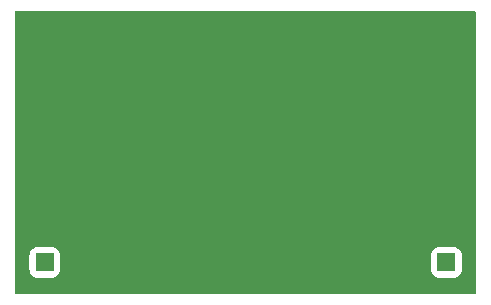
<source format=gbl>
G04 #@! TF.GenerationSoftware,KiCad,Pcbnew,8.0.3*
G04 #@! TF.CreationDate,2024-07-11T09:46:03+02:00*
G04 #@! TF.ProjectId,double_145MHz_BPF,646f7562-6c65-45f3-9134-354d487a5f42,rev?*
G04 #@! TF.SameCoordinates,Original*
G04 #@! TF.FileFunction,Copper,L2,Bot*
G04 #@! TF.FilePolarity,Positive*
%FSLAX46Y46*%
G04 Gerber Fmt 4.6, Leading zero omitted, Abs format (unit mm)*
G04 Created by KiCad (PCBNEW 8.0.3) date 2024-07-11 09:46:03*
%MOMM*%
%LPD*%
G01*
G04 APERTURE LIST*
G04 Aperture macros list*
%AMRoundRect*
0 Rectangle with rounded corners*
0 $1 Rounding radius*
0 $2 $3 $4 $5 $6 $7 $8 $9 X,Y pos of 4 corners*
0 Add a 4 corners polygon primitive as box body*
4,1,4,$2,$3,$4,$5,$6,$7,$8,$9,$2,$3,0*
0 Add four circle primitives for the rounded corners*
1,1,$1+$1,$2,$3*
1,1,$1+$1,$4,$5*
1,1,$1+$1,$6,$7*
1,1,$1+$1,$8,$9*
0 Add four rect primitives between the rounded corners*
20,1,$1+$1,$2,$3,$4,$5,0*
20,1,$1+$1,$4,$5,$6,$7,0*
20,1,$1+$1,$6,$7,$8,$9,0*
20,1,$1+$1,$8,$9,$2,$3,0*%
G04 Aperture macros list end*
G04 #@! TA.AperFunction,ComponentPad*
%ADD10C,1.016000*%
G04 #@! TD*
G04 #@! TA.AperFunction,ComponentPad*
%ADD11RoundRect,0.250000X0.550000X-0.550000X0.550000X0.550000X-0.550000X0.550000X-0.550000X-0.550000X0*%
G04 #@! TD*
G04 #@! TA.AperFunction,ComponentPad*
%ADD12C,1.600000*%
G04 #@! TD*
G04 #@! TA.AperFunction,ComponentPad*
%ADD13RoundRect,0.250000X-0.550000X-0.550000X0.550000X-0.550000X0.550000X0.550000X-0.550000X0.550000X0*%
G04 #@! TD*
G04 #@! TA.AperFunction,ComponentPad*
%ADD14C,0.900000*%
G04 #@! TD*
G04 #@! TA.AperFunction,ViaPad*
%ADD15C,0.600000*%
G04 #@! TD*
G04 APERTURE END LIST*
D10*
X107379500Y-67522000D03*
X107379500Y-65998000D03*
X120079500Y-62442000D03*
X120079500Y-60918000D03*
X107379500Y-62442000D03*
X107379500Y-60918000D03*
X120079500Y-57362000D03*
X120079500Y-55838000D03*
X107379500Y-57362000D03*
X107379500Y-55838000D03*
X120079500Y-52282000D03*
X120079500Y-50758000D03*
X114364500Y-66760000D03*
X114364500Y-64220000D03*
X114364500Y-61680000D03*
X114364500Y-59140000D03*
X114364500Y-56600000D03*
X114364500Y-54060000D03*
X114364500Y-51520000D03*
X113094500Y-66760000D03*
X113094500Y-64220000D03*
X113094500Y-61680000D03*
X113094500Y-59140000D03*
X113094500Y-56600000D03*
X113094500Y-54060000D03*
X113094500Y-51520000D03*
X102500000Y-47316000D03*
X102500000Y-48840000D03*
X89800000Y-52396000D03*
X89800000Y-53920000D03*
X102500000Y-52396000D03*
X102500000Y-53920000D03*
X89800000Y-57476000D03*
X89800000Y-59000000D03*
X102500000Y-57476000D03*
X102500000Y-59000000D03*
X89800000Y-62556000D03*
X89800000Y-64080000D03*
X95515000Y-48078000D03*
X95515000Y-50618000D03*
X95515000Y-53158000D03*
X95515000Y-55698000D03*
X95515000Y-58238000D03*
X95515000Y-60778000D03*
X95515000Y-63318000D03*
X96785000Y-48078000D03*
X96785000Y-50618000D03*
X96785000Y-53158000D03*
X96785000Y-55698000D03*
X96785000Y-58238000D03*
X96785000Y-60778000D03*
X96785000Y-63318000D03*
D11*
X122000000Y-66800000D03*
D12*
X122000000Y-59800000D03*
D13*
X104700000Y-67000000D03*
D11*
X88000000Y-66800000D03*
D14*
X86000000Y-60000000D03*
D15*
X124000000Y-66000000D03*
X86000000Y-58000000D03*
X96000000Y-46000000D03*
X86000000Y-64000000D03*
X124000000Y-50000000D03*
X110000000Y-69000000D03*
X124000000Y-52000000D03*
X114000000Y-69000000D03*
X86000000Y-68000000D03*
X86000000Y-46000000D03*
X124000000Y-68000000D03*
X124000000Y-56000000D03*
X104000000Y-46000000D03*
X92000000Y-69000000D03*
X96000000Y-69000000D03*
X102000000Y-46000000D03*
X124000000Y-62000000D03*
X124000000Y-46000000D03*
X90000000Y-69100000D03*
X110000000Y-46000000D03*
X88000000Y-69000000D03*
X102000000Y-69000000D03*
X124000000Y-64000000D03*
X86000000Y-66000000D03*
X86000000Y-52000000D03*
X98000000Y-46000000D03*
X124000000Y-48000000D03*
X86000000Y-48000000D03*
X94000000Y-69000000D03*
X116000000Y-46000000D03*
X112000000Y-69000000D03*
X118000000Y-46000000D03*
X86000000Y-56000000D03*
X112000000Y-46000000D03*
X104000000Y-69000000D03*
X86000000Y-62000000D03*
X106000000Y-46000000D03*
X124000000Y-58000000D03*
X124000000Y-69000000D03*
X98000000Y-69000000D03*
X108000000Y-46000000D03*
X86000000Y-54000000D03*
X114000000Y-46000000D03*
X124000000Y-54000000D03*
X122000000Y-46000000D03*
X100000000Y-69000000D03*
X100000000Y-46000000D03*
X108000000Y-69000000D03*
X120000000Y-46000000D03*
X124000000Y-60000000D03*
X106000000Y-69000000D03*
X86000000Y-50000000D03*
X86000000Y-69000000D03*
G04 #@! TA.AperFunction,Conductor*
G36*
X124442539Y-45520185D02*
G01*
X124488294Y-45572989D01*
X124499500Y-45624500D01*
X124499500Y-69375500D01*
X124479815Y-69442539D01*
X124427011Y-69488294D01*
X124375500Y-69499500D01*
X85624500Y-69499500D01*
X85557461Y-69479815D01*
X85511706Y-69427011D01*
X85500500Y-69375500D01*
X85500500Y-66199983D01*
X86699500Y-66199983D01*
X86699500Y-67400001D01*
X86699501Y-67400018D01*
X86710000Y-67502796D01*
X86710001Y-67502799D01*
X86765185Y-67669331D01*
X86765186Y-67669334D01*
X86857288Y-67818656D01*
X86981344Y-67942712D01*
X87130666Y-68034814D01*
X87297203Y-68089999D01*
X87399991Y-68100500D01*
X88600008Y-68100499D01*
X88702797Y-68089999D01*
X88869334Y-68034814D01*
X89018656Y-67942712D01*
X89142712Y-67818656D01*
X89234814Y-67669334D01*
X89289999Y-67502797D01*
X89300500Y-67400009D01*
X89300499Y-66199992D01*
X89300498Y-66199983D01*
X120699500Y-66199983D01*
X120699500Y-67400001D01*
X120699501Y-67400018D01*
X120710000Y-67502796D01*
X120710001Y-67502799D01*
X120765185Y-67669331D01*
X120765186Y-67669334D01*
X120857288Y-67818656D01*
X120981344Y-67942712D01*
X121130666Y-68034814D01*
X121297203Y-68089999D01*
X121399991Y-68100500D01*
X122600008Y-68100499D01*
X122702797Y-68089999D01*
X122869334Y-68034814D01*
X123018656Y-67942712D01*
X123142712Y-67818656D01*
X123234814Y-67669334D01*
X123289999Y-67502797D01*
X123300500Y-67400009D01*
X123300499Y-66199992D01*
X123289999Y-66097203D01*
X123234814Y-65930666D01*
X123142712Y-65781344D01*
X123018656Y-65657288D01*
X122869334Y-65565186D01*
X122702797Y-65510001D01*
X122702795Y-65510000D01*
X122600010Y-65499500D01*
X121399998Y-65499500D01*
X121399981Y-65499501D01*
X121297203Y-65510000D01*
X121297200Y-65510001D01*
X121130668Y-65565185D01*
X121130663Y-65565187D01*
X120981342Y-65657289D01*
X120857289Y-65781342D01*
X120765187Y-65930663D01*
X120765186Y-65930666D01*
X120710001Y-66097203D01*
X120710001Y-66097204D01*
X120710000Y-66097204D01*
X120699500Y-66199983D01*
X89300498Y-66199983D01*
X89289999Y-66097203D01*
X89234814Y-65930666D01*
X89142712Y-65781344D01*
X89018656Y-65657288D01*
X88869334Y-65565186D01*
X88702797Y-65510001D01*
X88702795Y-65510000D01*
X88600010Y-65499500D01*
X87399998Y-65499500D01*
X87399981Y-65499501D01*
X87297203Y-65510000D01*
X87297200Y-65510001D01*
X87130668Y-65565185D01*
X87130663Y-65565187D01*
X86981342Y-65657289D01*
X86857289Y-65781342D01*
X86765187Y-65930663D01*
X86765186Y-65930666D01*
X86710001Y-66097203D01*
X86710001Y-66097204D01*
X86710000Y-66097204D01*
X86699500Y-66199983D01*
X85500500Y-66199983D01*
X85500500Y-45624500D01*
X85520185Y-45557461D01*
X85572989Y-45511706D01*
X85624500Y-45500500D01*
X124375500Y-45500500D01*
X124442539Y-45520185D01*
G37*
G04 #@! TD.AperFunction*
M02*

</source>
